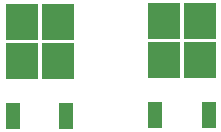
<source format=gbr>
%TF.GenerationSoftware,KiCad,Pcbnew,(6.0.7)*%
%TF.CreationDate,2022-08-09T22:59:13-05:00*%
%TF.ProjectId,garage-door_opener,67617261-6765-42d6-946f-6f725f6f7065,rev?*%
%TF.SameCoordinates,Original*%
%TF.FileFunction,Paste,Top*%
%TF.FilePolarity,Positive*%
%FSLAX46Y46*%
G04 Gerber Fmt 4.6, Leading zero omitted, Abs format (unit mm)*
G04 Created by KiCad (PCBNEW (6.0.7)) date 2022-08-09 22:59:13*
%MOMM*%
%LPD*%
G01*
G04 APERTURE LIST*
%ADD10R,2.750000X3.050000*%
%ADD11R,1.200000X2.200000*%
G04 APERTURE END LIST*
D10*
%TO.C,Q3*%
X194435000Y-54717000D03*
X191385000Y-54717000D03*
X191385000Y-58067000D03*
X194435000Y-58067000D03*
D11*
X190630000Y-62692000D03*
X195190000Y-62692000D03*
%TD*%
D10*
%TO.C,Q4*%
X203453000Y-57995000D03*
X206503000Y-54645000D03*
X203453000Y-54645000D03*
X206503000Y-57995000D03*
D11*
X202698000Y-62620000D03*
X207258000Y-62620000D03*
%TD*%
M02*

</source>
